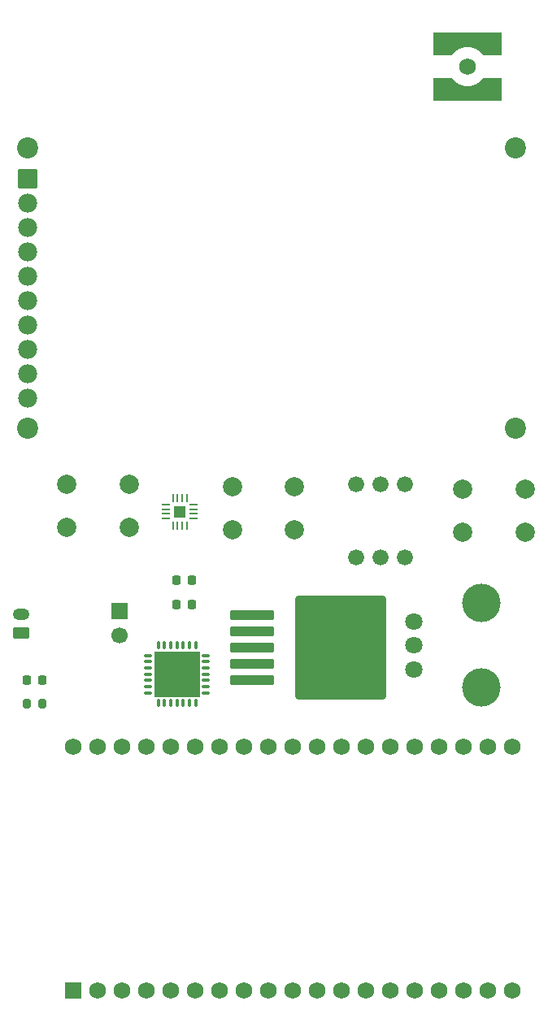
<source format=gbr>
%TF.GenerationSoftware,KiCad,Pcbnew,9.0.5*%
%TF.CreationDate,2025-11-15T09:05:35-08:00*%
%TF.ProjectId,Radio2,52616469-6f32-42e6-9b69-6361645f7063,rev?*%
%TF.SameCoordinates,Original*%
%TF.FileFunction,Soldermask,Top*%
%TF.FilePolarity,Negative*%
%FSLAX46Y46*%
G04 Gerber Fmt 4.6, Leading zero omitted, Abs format (unit mm)*
G04 Created by KiCad (PCBNEW 9.0.5) date 2025-11-15 09:05:35*
%MOMM*%
%LPD*%
G01*
G04 APERTURE LIST*
G04 Aperture macros list*
%AMRoundRect*
0 Rectangle with rounded corners*
0 $1 Rounding radius*
0 $2 $3 $4 $5 $6 $7 $8 $9 X,Y pos of 4 corners*
0 Add a 4 corners polygon primitive as box body*
4,1,4,$2,$3,$4,$5,$6,$7,$8,$9,$2,$3,0*
0 Add four circle primitives for the rounded corners*
1,1,$1+$1,$2,$3*
1,1,$1+$1,$4,$5*
1,1,$1+$1,$6,$7*
1,1,$1+$1,$8,$9*
0 Add four rect primitives between the rounded corners*
20,1,$1+$1,$2,$3,$4,$5,0*
20,1,$1+$1,$4,$5,$6,$7,0*
20,1,$1+$1,$6,$7,$8,$9,0*
20,1,$1+$1,$8,$9,$2,$3,0*%
%AMFreePoly0*
4,1,25,-1.500000,1.420000,-1.360000,1.280000,-1.205000,1.155000,-1.035000,1.045000,-0.860000,0.950000,-0.675000,0.875000,-0.480000,0.820000,-0.280000,0.780000,-0.085000,0.765000,0.085000,0.765000,0.280000,0.780000,0.480000,0.820000,0.675000,0.875000,0.860000,0.950000,1.035000,1.045000,1.205000,1.155000,1.360000,1.280000,1.500000,1.420000,1.645000,1.595000,3.555000,1.595000,
3.555000,-0.755000,-3.555000,-0.755000,-3.555000,1.595000,-1.645000,1.595000,-1.500000,1.420000,-1.500000,1.420000,$1*%
G04 Aperture macros list end*
%ADD10RoundRect,0.062500X-0.350000X-0.062500X0.350000X-0.062500X0.350000X0.062500X-0.350000X0.062500X0*%
%ADD11RoundRect,0.062500X-0.062500X-0.350000X0.062500X-0.350000X0.062500X0.350000X-0.062500X0.350000X0*%
%ADD12R,1.230000X1.230000*%
%ADD13RoundRect,0.225000X-0.225000X-0.250000X0.225000X-0.250000X0.225000X0.250000X-0.225000X0.250000X0*%
%ADD14RoundRect,0.102000X0.765000X-0.765000X0.765000X0.765000X-0.765000X0.765000X-0.765000X-0.765000X0*%
%ADD15C,1.734000*%
%ADD16C,2.200000*%
%ADD17RoundRect,0.102000X-0.889000X-0.889000X0.889000X-0.889000X0.889000X0.889000X-0.889000X0.889000X0*%
%ADD18C,1.982000*%
%ADD19RoundRect,0.250000X0.625000X-0.350000X0.625000X0.350000X-0.625000X0.350000X-0.625000X-0.350000X0*%
%ADD20O,1.750000X1.200000*%
%ADD21C,2.000000*%
%ADD22RoundRect,0.075000X-0.312500X-0.075000X0.312500X-0.075000X0.312500X0.075000X-0.312500X0.075000X0*%
%ADD23RoundRect,0.075000X-0.075000X-0.312500X0.075000X-0.312500X0.075000X0.312500X-0.075000X0.312500X0*%
%ADD24R,4.800000X4.800000*%
%ADD25C,4.000000*%
%ADD26C,1.800000*%
%ADD27RoundRect,0.200000X-0.200000X-0.275000X0.200000X-0.275000X0.200000X0.275000X-0.200000X0.275000X0*%
%ADD28C,1.730000*%
%ADD29FreePoly0,180.000000*%
%ADD30FreePoly0,0.000000*%
%ADD31R,1.700000X1.700000*%
%ADD32C,1.700000*%
%ADD33RoundRect,0.250000X-2.050000X-0.300000X2.050000X-0.300000X2.050000X0.300000X-2.050000X0.300000X0*%
%ADD34RoundRect,0.250002X-4.449998X-5.149998X4.449998X-5.149998X4.449998X5.149998X-4.449998X5.149998X0*%
%ADD35C,1.676000*%
G04 APERTURE END LIST*
D10*
%TO.C,U3*%
X128872500Y-91560000D03*
X128872500Y-92060000D03*
X128872500Y-92560000D03*
X128872500Y-93060000D03*
D11*
X129560000Y-93747500D03*
X130060000Y-93747500D03*
X130560000Y-93747500D03*
X131060000Y-93747500D03*
D10*
X131747500Y-93060000D03*
X131747500Y-92560000D03*
X131747500Y-92060000D03*
X131747500Y-91560000D03*
D11*
X131060000Y-90872500D03*
X130560000Y-90872500D03*
X130060000Y-90872500D03*
X129560000Y-90872500D03*
D12*
X130310000Y-92310000D03*
%TD*%
D13*
%TO.C,C3*%
X114400000Y-109850000D03*
X115950000Y-109850000D03*
%TD*%
D14*
%TO.C,U6*%
X119150000Y-142200000D03*
D15*
X121690000Y-142200000D03*
X124230000Y-142200000D03*
X126770000Y-142200000D03*
X129310000Y-142200000D03*
X131850000Y-142200000D03*
X134390000Y-142200000D03*
X136930000Y-142200000D03*
X139470000Y-142200000D03*
X142010000Y-142200000D03*
X144550000Y-142200000D03*
X147090000Y-142200000D03*
X149630000Y-142200000D03*
X152170000Y-142200000D03*
X154710000Y-142200000D03*
X157250000Y-142200000D03*
X159790000Y-142200000D03*
X162330000Y-142200000D03*
X164870000Y-142200000D03*
X164870000Y-116800000D03*
X162330000Y-116800000D03*
X159790000Y-116800000D03*
X157250000Y-116800000D03*
X154710000Y-116800000D03*
X152170000Y-116800000D03*
X149630000Y-116800000D03*
X147090000Y-116800000D03*
X144550000Y-116800000D03*
X142010000Y-116800000D03*
X139470000Y-116800000D03*
X136930000Y-116800000D03*
X134390000Y-116800000D03*
X131850000Y-116800000D03*
X129310000Y-116800000D03*
X126770000Y-116800000D03*
X124230000Y-116800000D03*
X121690000Y-116800000D03*
X119150000Y-116800000D03*
%TD*%
D16*
%TO.C,U5*%
X114420000Y-54430000D03*
X114420000Y-83640000D03*
X165220000Y-54430000D03*
X165220000Y-83640000D03*
D17*
X114420000Y-57605000D03*
D18*
X114420000Y-60145000D03*
X114420000Y-62685000D03*
X114420000Y-65225000D03*
X114420000Y-67765000D03*
X114420000Y-70305000D03*
X114420000Y-72845000D03*
X114420000Y-75385000D03*
X114420000Y-77925000D03*
X114420000Y-80465000D03*
%TD*%
D19*
%TO.C,BT1*%
X113800000Y-105000000D03*
D20*
X113800000Y-103000000D03*
%TD*%
D21*
%TO.C,SW3*%
X159750000Y-90000000D03*
X166250000Y-90000000D03*
X159750000Y-94500000D03*
X166250000Y-94500000D03*
%TD*%
D22*
%TO.C,U2*%
X127012500Y-107300000D03*
X127012500Y-107950000D03*
X127012500Y-108600000D03*
X127012500Y-109250000D03*
X127012500Y-109900000D03*
X127012500Y-110550000D03*
X127012500Y-111200000D03*
D23*
X128050000Y-112237500D03*
X128700000Y-112237500D03*
X129350000Y-112237500D03*
X130000000Y-112237500D03*
X130650000Y-112237500D03*
X131300000Y-112237500D03*
X131950000Y-112237500D03*
D22*
X132987500Y-111200000D03*
X132987500Y-110550000D03*
X132987500Y-109900000D03*
X132987500Y-109250000D03*
X132987500Y-108600000D03*
X132987500Y-107950000D03*
X132987500Y-107300000D03*
D23*
X131950000Y-106262500D03*
X131300000Y-106262500D03*
X130650000Y-106262500D03*
X130000000Y-106262500D03*
X129350000Y-106262500D03*
X128700000Y-106262500D03*
X128050000Y-106262500D03*
D24*
X130000000Y-109250000D03*
%TD*%
D25*
%TO.C,RV1*%
X161700000Y-101850000D03*
X161700000Y-110650000D03*
D26*
X154700000Y-108750000D03*
X154700000Y-106250000D03*
X154700000Y-103750000D03*
%TD*%
D13*
%TO.C,C1*%
X129975000Y-99490000D03*
X131525000Y-99490000D03*
%TD*%
%TO.C,C2*%
X129975000Y-102000000D03*
X131525000Y-102000000D03*
%TD*%
D27*
%TO.C,R1*%
X114350000Y-112360000D03*
X116000000Y-112360000D03*
%TD*%
D28*
%TO.C,J1*%
X160250000Y-45950000D03*
D29*
X160250000Y-43150000D03*
D30*
X160250000Y-48750000D03*
%TD*%
D31*
%TO.C,LS1*%
X124000000Y-102710000D03*
D32*
X124000000Y-105250000D03*
%TD*%
D33*
%TO.C,U4*%
X137850000Y-103100000D03*
X137850000Y-104800000D03*
X137850000Y-106500000D03*
X137850000Y-108200000D03*
X137850000Y-109900000D03*
D34*
X147000000Y-106500000D03*
%TD*%
D21*
%TO.C,SW1*%
X118500000Y-89500000D03*
X125000000Y-89500000D03*
X118500000Y-94000000D03*
X125000000Y-94000000D03*
%TD*%
D35*
%TO.C,MK2*%
X148670000Y-97120000D03*
X151210000Y-97120000D03*
X153750000Y-97120000D03*
X148670000Y-89500000D03*
X151210000Y-89500000D03*
X153750000Y-89500000D03*
%TD*%
D21*
%TO.C,SW2*%
X135750000Y-89750000D03*
X142250000Y-89750000D03*
X135750000Y-94250000D03*
X142250000Y-94250000D03*
%TD*%
M02*

</source>
